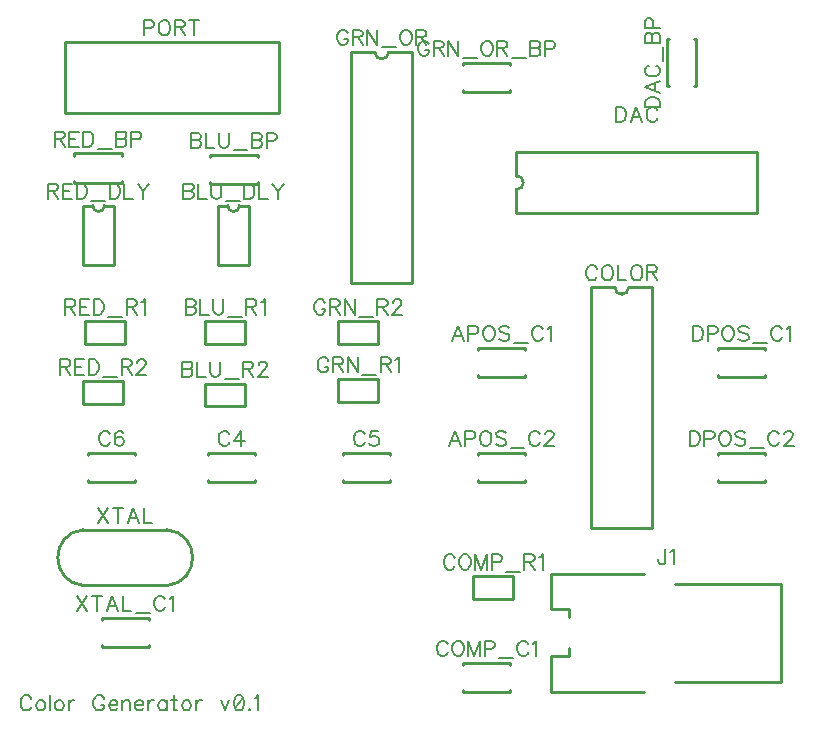
<source format=gbr>
G04 DipTrace 3.2.0.1*
G04 TopSilk.gbr*
%MOIN*%
G04 #@! TF.FileFunction,Legend,Top*
G04 #@! TF.Part,Single*
%ADD10C,0.009843*%
%ADD54C,0.00772*%
%FSLAX26Y26*%
G04*
G70*
G90*
G75*
G01*
G04 TopSilk*
%LPD*%
X1965007Y1544488D2*
D10*
Y1551575D1*
Y1635827D2*
Y1642913D1*
X2122394Y1635827D2*
Y1642913D1*
Y1544488D2*
Y1551575D1*
X1965007Y1642913D2*
X2122394D1*
X1965007Y1544488D2*
X2122394D1*
X1965007Y1194488D2*
Y1201575D1*
Y1285827D2*
Y1292913D1*
X2122394Y1285827D2*
Y1292913D1*
Y1194488D2*
Y1201575D1*
X1965007Y1292913D2*
X2122394D1*
X1965007Y1194488D2*
X2122394D1*
X1072488Y2188058D2*
Y2195144D1*
Y2279396D2*
Y2286483D1*
X1229874Y2279396D2*
Y2286483D1*
Y2188058D2*
Y2195144D1*
X1072488Y2286483D2*
X1229874D1*
X1072488Y2188058D2*
X1229874D1*
X1098812Y2117128D2*
Y1920274D1*
X1201188Y2117128D2*
Y1920274D1*
X1098812D2*
X1201188D1*
X1130306Y2117128D2*
X1098812D1*
X1169694D2*
X1201188D1*
X1130306D2*
G03X1169694Y2117128I19694J9D01*
G01*
X1188719Y1656299D2*
Y1731102D1*
X1054589Y1656299D2*
Y1731102D1*
Y1656299D2*
X1188719D1*
X1054589Y1731102D2*
X1188719D1*
X1054589Y1524016D2*
Y1449213D1*
X1188719Y1524016D2*
Y1449213D1*
Y1524016D2*
X1054589D1*
X1188719Y1449213D2*
X1054589D1*
X1222394Y1292913D2*
Y1285827D1*
Y1201575D2*
Y1194488D1*
X1065007Y1201575D2*
Y1194488D1*
Y1292913D2*
Y1285827D1*
X1222394Y1194488D2*
X1065007D1*
X1222394Y1292913D2*
X1065007D1*
X1672394D2*
Y1285827D1*
Y1201575D2*
Y1194488D1*
X1515007Y1201575D2*
Y1194488D1*
Y1292913D2*
Y1285827D1*
X1672394Y1194488D2*
X1515007D1*
X1672394Y1292913D2*
X1515007D1*
X822394D2*
Y1285827D1*
Y1201575D2*
Y1194488D1*
X665007Y1201575D2*
Y1194488D1*
Y1292913D2*
Y1285827D1*
X822394Y1194488D2*
X665007D1*
X822394Y1292913D2*
X665007D1*
X2546067Y1845276D2*
Y1042126D1*
X2341334D2*
X2546067D1*
X2341334Y1845276D2*
Y1042126D1*
Y1845276D2*
X2420075D1*
X2546067D2*
X2467327D1*
X2420075D2*
G03X2467327Y1845276I23626J13D01*
G01*
X2072394Y592913D2*
Y585827D1*
Y501575D2*
Y494488D1*
X1915007Y501575D2*
Y494488D1*
Y592913D2*
Y585827D1*
X2072394Y494488D2*
X1915007D1*
X2072394Y592913D2*
X1915007D1*
X1948683Y881102D2*
Y806299D1*
X2082813Y881102D2*
Y806299D1*
Y881102D2*
X1948683D1*
X2082813Y806299D2*
X1948683D1*
X2092126Y2296067D2*
X2895276D1*
Y2091334D2*
Y2296067D1*
X2092126Y2091334D2*
X2895276D1*
X2092126D2*
Y2170075D1*
Y2296067D2*
Y2217327D1*
Y2170075D2*
G03X2092126Y2217327I-13J23626D01*
G01*
X2692913Y2515007D2*
X2685827D1*
X2601575D2*
X2594488D1*
X2601575Y2672394D2*
X2594488D1*
X2692913D2*
X2685827D1*
X2594488Y2515007D2*
Y2672394D1*
X2692913Y2515007D2*
Y2672394D1*
X2765007Y1544488D2*
Y1551575D1*
Y1635827D2*
Y1642913D1*
X2922394Y1635827D2*
Y1642913D1*
Y1544488D2*
Y1551575D1*
X2765007Y1642913D2*
X2922394D1*
X2765007Y1544488D2*
X2922394D1*
X2765007Y1194488D2*
Y1201575D1*
Y1285827D2*
Y1292913D1*
X2922394Y1285827D2*
Y1292913D1*
Y1194488D2*
Y1201575D1*
X2765007Y1292913D2*
X2922394D1*
X2765007Y1194488D2*
X2922394D1*
X1746067Y2629528D2*
Y1857874D1*
X1541334D2*
X1746067D1*
X1541334Y2629528D2*
Y1857874D1*
Y2629528D2*
X1620075D1*
X1746067D2*
X1667327D1*
X1620075D2*
G03X1667327Y2629528I23626J13D01*
G01*
X1915007Y2494442D2*
Y2501529D1*
Y2585781D2*
Y2592867D1*
X2072394Y2585781D2*
Y2592867D1*
Y2494442D2*
Y2501529D1*
X1915007Y2592867D2*
X2072394D1*
X1915007Y2494442D2*
X2072394D1*
X1632813Y1463386D2*
Y1538189D1*
X1498683Y1463386D2*
Y1538189D1*
Y1463386D2*
X1632813D1*
X1498683Y1538189D2*
X1632813D1*
X1498683Y1731102D2*
Y1656299D1*
X1632813Y1731102D2*
Y1656299D1*
Y1731102D2*
X1498683D1*
X1632813Y1656299D2*
X1498683D1*
X2975117Y857071D2*
Y530331D1*
Y857071D2*
X2620816D1*
X2975117Y530331D2*
X2620816D1*
X2207400Y890523D2*
Y772438D1*
Y614964D2*
Y496879D1*
Y890523D2*
X2518402D1*
X2207400Y614964D2*
X2266360D1*
Y642520D1*
X2518402Y496879D2*
X2207400D1*
Y772438D2*
X2266360D1*
Y744882D1*
X587402Y2661811D2*
X1300000D1*
Y2425591D1*
X587402D1*
Y2661811D1*
X776397Y2290814D2*
Y2283727D1*
Y2199475D2*
Y2192388D1*
X619010Y2199475D2*
Y2192388D1*
Y2290814D2*
Y2283727D1*
X776397Y2192388D2*
X619010D1*
X776397Y2290814D2*
X619010D1*
X648812Y2117128D2*
Y1920274D1*
X751188Y2117128D2*
Y1920274D1*
X648812D2*
X751188D1*
X680306Y2117128D2*
X648812D1*
X719694D2*
X751188D1*
X680306D2*
G03X719694Y2117128I19694J9D01*
G01*
X788719Y1656299D2*
Y1731102D1*
X654589Y1656299D2*
Y1731102D1*
Y1656299D2*
X788719D1*
X654589Y1731102D2*
X788719D1*
X648683Y1531102D2*
Y1456299D1*
X782813Y1531102D2*
Y1456299D1*
Y1531102D2*
X648683D1*
X782813Y1456299D2*
X648683D1*
X649037Y850827D2*
X928365D1*
X649037Y1036575D2*
X928365D1*
X649037D2*
G03X649037Y850827I8216J-92874D01*
G01*
X928365D2*
G03X928365Y1036575I-8216J92874D01*
G01*
X710007Y644488D2*
Y651575D1*
Y735827D2*
Y742913D1*
X867394Y735827D2*
Y742913D1*
Y644488D2*
Y651575D1*
X710007Y742913D2*
X867394D1*
X710007Y644488D2*
X867394D1*
X1917270Y1665896D2*
D54*
X1898091Y1716136D1*
X1878968Y1665896D1*
X1886153Y1682643D2*
X1910085D1*
X1932709Y1689828D2*
X1954264D1*
X1961394Y1692205D1*
X1963826Y1694637D1*
X1966202Y1699390D1*
Y1706575D1*
X1963826Y1711328D1*
X1961394Y1713760D1*
X1954264Y1716136D1*
X1932709D1*
Y1665896D1*
X1996012Y1716136D2*
X1991203Y1713760D1*
X1986450Y1708951D1*
X1984018Y1704198D1*
X1981642Y1697013D1*
Y1685020D1*
X1984018Y1677890D1*
X1986450Y1673081D1*
X1991203Y1668328D1*
X1996012Y1665896D1*
X2005573D1*
X2010327Y1668328D1*
X2015135Y1673081D1*
X2017512Y1677890D1*
X2019888Y1685020D1*
Y1697013D1*
X2017512Y1704198D1*
X2015135Y1708951D1*
X2010327Y1713760D1*
X2005573Y1716136D1*
X1996012D1*
X2068821Y1708951D2*
X2064068Y1713760D1*
X2056883Y1716136D1*
X2047321D1*
X2040136Y1713760D1*
X2035327Y1708951D1*
Y1704198D1*
X2037759Y1699390D1*
X2040136Y1697013D1*
X2044889Y1694637D1*
X2059259Y1689828D1*
X2064068Y1687452D1*
X2066444Y1685020D1*
X2068821Y1680267D1*
Y1673081D1*
X2064068Y1668328D1*
X2056883Y1665896D1*
X2047321D1*
X2040136Y1668328D1*
X2035327Y1673081D1*
X2084260Y1657606D2*
X2129692D1*
X2181001Y1704198D2*
X2178624Y1708951D1*
X2173816Y1713760D1*
X2169063Y1716136D1*
X2159501D1*
X2154692Y1713760D1*
X2149939Y1708951D1*
X2147507Y1704198D1*
X2145131Y1697013D1*
Y1685020D1*
X2147507Y1677890D1*
X2149939Y1673081D1*
X2154692Y1668328D1*
X2159501Y1665896D1*
X2169063D1*
X2173816Y1668328D1*
X2178624Y1673081D1*
X2181001Y1677890D1*
X2196440Y1706520D2*
X2201248Y1708951D1*
X2208434Y1716081D1*
Y1665896D1*
X1906520Y1315896D2*
X1887341Y1366136D1*
X1868218Y1315896D1*
X1875403Y1332643D2*
X1899335D1*
X1921959Y1339828D2*
X1943514D1*
X1950644Y1342205D1*
X1953076Y1344637D1*
X1955453Y1349390D1*
Y1356575D1*
X1953076Y1361328D1*
X1950644Y1363760D1*
X1943514Y1366136D1*
X1921959D1*
Y1315896D1*
X1985262Y1366136D2*
X1980453Y1363760D1*
X1975700Y1358951D1*
X1973268Y1354198D1*
X1970892Y1347013D1*
Y1335020D1*
X1973268Y1327890D1*
X1975700Y1323081D1*
X1980453Y1318328D1*
X1985262Y1315896D1*
X1994823D1*
X1999577Y1318328D1*
X2004385Y1323081D1*
X2006762Y1327890D1*
X2009138Y1335020D1*
Y1347013D1*
X2006762Y1354198D1*
X2004385Y1358951D1*
X1999577Y1363760D1*
X1994823Y1366136D1*
X1985262D1*
X2058071Y1358951D2*
X2053318Y1363760D1*
X2046133Y1366136D1*
X2036571D1*
X2029386Y1363760D1*
X2024578Y1358951D1*
Y1354198D1*
X2027009Y1349390D1*
X2029386Y1347013D1*
X2034139Y1344637D1*
X2048509Y1339828D1*
X2053318Y1337452D1*
X2055694Y1335020D1*
X2058071Y1330267D1*
Y1323081D1*
X2053318Y1318328D1*
X2046133Y1315896D1*
X2036571D1*
X2029386Y1318328D1*
X2024578Y1323081D1*
X2073510Y1307606D2*
X2118942D1*
X2170251Y1354198D2*
X2167874Y1358951D1*
X2163066Y1363760D1*
X2158313Y1366136D1*
X2148751D1*
X2143943Y1363760D1*
X2139189Y1358951D1*
X2136758Y1354198D1*
X2134381Y1347013D1*
Y1335020D1*
X2136758Y1327890D1*
X2139189Y1323081D1*
X2143943Y1318328D1*
X2148751Y1315896D1*
X2158313D1*
X2163066Y1318328D1*
X2167874Y1323081D1*
X2170251Y1327890D1*
X2188122Y1354143D2*
Y1356520D1*
X2190499Y1361328D1*
X2192875Y1363705D1*
X2197684Y1366081D1*
X2207245D1*
X2211998Y1363705D1*
X2214375Y1361328D1*
X2216807Y1356520D1*
Y1351766D1*
X2214375Y1346958D1*
X2209622Y1339828D1*
X2185690Y1315896D1*
X2219183D1*
X1008538Y2359706D2*
Y2309466D1*
X1030093D1*
X1037278Y2311898D1*
X1039655Y2314274D1*
X1042031Y2319028D1*
Y2326213D1*
X1039655Y2331021D1*
X1037278Y2333398D1*
X1030093Y2335774D1*
X1037278Y2338206D1*
X1039655Y2340583D1*
X1042031Y2345336D1*
Y2350144D1*
X1039655Y2354898D1*
X1037278Y2357329D1*
X1030093Y2359706D1*
X1008538D1*
Y2335774D2*
X1030093D1*
X1057471Y2359706D2*
Y2309466D1*
X1086156D1*
X1101595Y2359706D2*
Y2323836D1*
X1103971Y2316651D1*
X1108780Y2311898D1*
X1115965Y2309466D1*
X1120718D1*
X1127903Y2311898D1*
X1132712Y2316651D1*
X1135088Y2323836D1*
Y2359706D1*
X1150527Y2301176D2*
X1195959D1*
X1211398Y2359706D2*
Y2309466D1*
X1232953D1*
X1240138Y2311898D1*
X1242515Y2314274D1*
X1244892Y2319028D1*
Y2326213D1*
X1242515Y2331021D1*
X1240138Y2333398D1*
X1232953Y2335774D1*
X1240138Y2338206D1*
X1242515Y2340583D1*
X1244892Y2345336D1*
Y2350144D1*
X1242515Y2354898D1*
X1240138Y2357329D1*
X1232953Y2359706D1*
X1211398D1*
Y2335774D2*
X1232953D1*
X1260331Y2333398D2*
X1281886D1*
X1289016Y2335774D1*
X1291448Y2338206D1*
X1293824Y2342959D1*
Y2350144D1*
X1291448Y2354898D1*
X1289016Y2357329D1*
X1281886Y2359706D1*
X1260331D1*
Y2309466D1*
X982918Y2190351D2*
Y2140111D1*
X1004473D1*
X1011658Y2142543D1*
X1014035Y2144919D1*
X1016412Y2149673D1*
Y2156858D1*
X1014035Y2161666D1*
X1011658Y2164043D1*
X1004473Y2166419D1*
X1011658Y2168851D1*
X1014035Y2171228D1*
X1016412Y2175981D1*
Y2180789D1*
X1014035Y2185543D1*
X1011658Y2187974D1*
X1004473Y2190351D1*
X982918D1*
Y2166419D2*
X1004473D1*
X1031851Y2190351D2*
Y2140111D1*
X1060536D1*
X1075975Y2190351D2*
Y2154481D1*
X1078352Y2147296D1*
X1083160Y2142543D1*
X1090345Y2140111D1*
X1095098D1*
X1102283Y2142543D1*
X1107092Y2147296D1*
X1109468Y2154481D1*
Y2190351D1*
X1124908Y2131821D2*
X1170339D1*
X1185778Y2190351D2*
Y2140111D1*
X1202525D1*
X1209710Y2142543D1*
X1214519Y2147296D1*
X1216895Y2152105D1*
X1219272Y2159234D1*
Y2171228D1*
X1216895Y2178413D1*
X1214519Y2183166D1*
X1209710Y2187974D1*
X1202525Y2190351D1*
X1185778D1*
X1234711D2*
Y2140111D1*
X1263396D1*
X1278835Y2190351D2*
X1297958Y2166419D1*
Y2140111D1*
X1317082Y2190351D2*
X1297958Y2166419D1*
X989760Y1804325D2*
Y1754085D1*
X1011316D1*
X1018501Y1756517D1*
X1020877Y1758894D1*
X1023254Y1763647D1*
Y1770832D1*
X1020877Y1775641D1*
X1018501Y1778017D1*
X1011316Y1780394D1*
X1018501Y1782826D1*
X1020877Y1785202D1*
X1023254Y1789955D1*
Y1794764D1*
X1020877Y1799517D1*
X1018501Y1801949D1*
X1011316Y1804325D1*
X989760D1*
Y1780394D2*
X1011316D1*
X1038693Y1804325D2*
Y1754085D1*
X1067378D1*
X1082817Y1804325D2*
Y1768456D1*
X1085194Y1761270D1*
X1090002Y1756517D1*
X1097187Y1754085D1*
X1101940D1*
X1109125Y1756517D1*
X1113934Y1761270D1*
X1116311Y1768456D1*
Y1804325D1*
X1131750Y1745795D2*
X1177181D1*
X1192621Y1780394D2*
X1214120D1*
X1221305Y1782826D1*
X1223737Y1785202D1*
X1226114Y1789955D1*
Y1794764D1*
X1223737Y1799517D1*
X1221305Y1801949D1*
X1214120Y1804325D1*
X1192621D1*
Y1754085D1*
X1209367Y1780394D2*
X1226114Y1754085D1*
X1241553Y1794709D2*
X1246362Y1797140D1*
X1253547Y1804270D1*
Y1754085D1*
X979011Y1597239D2*
Y1546999D1*
X1000566D1*
X1007751Y1549431D1*
X1010127Y1551807D1*
X1012504Y1556560D1*
Y1563745D1*
X1010127Y1568554D1*
X1007751Y1570931D1*
X1000566Y1573307D1*
X1007751Y1575739D1*
X1010127Y1578116D1*
X1012504Y1582869D1*
Y1587677D1*
X1010127Y1592430D1*
X1007751Y1594862D1*
X1000566Y1597239D1*
X979011D1*
Y1573307D2*
X1000566D1*
X1027943Y1597239D2*
Y1546999D1*
X1056628D1*
X1072067Y1597239D2*
Y1561369D1*
X1074444Y1554184D1*
X1079252Y1549431D1*
X1086437Y1546999D1*
X1091191D1*
X1098376Y1549431D1*
X1103184Y1554184D1*
X1105561Y1561369D1*
Y1597239D1*
X1121000Y1538708D2*
X1166431D1*
X1181871Y1573307D2*
X1203370D1*
X1210556Y1575739D1*
X1212987Y1578116D1*
X1215364Y1582869D1*
Y1587677D1*
X1212987Y1592430D1*
X1210556Y1594862D1*
X1203370Y1597239D1*
X1181871D1*
Y1546999D1*
X1198617Y1573307D2*
X1215364Y1546999D1*
X1233235Y1585245D2*
Y1587622D1*
X1235612Y1592430D1*
X1237988Y1594807D1*
X1242797Y1597184D1*
X1252358D1*
X1257112Y1594807D1*
X1259488Y1592430D1*
X1261920Y1587622D1*
Y1582869D1*
X1259488Y1578060D1*
X1254735Y1570931D1*
X1230803Y1546999D1*
X1264297D1*
X1135981Y1354198D2*
X1133605Y1358951D1*
X1128796Y1363760D1*
X1124043Y1366136D1*
X1114481D1*
X1109673Y1363760D1*
X1104920Y1358951D1*
X1102488Y1354198D1*
X1100111Y1347013D1*
Y1335020D1*
X1102488Y1327890D1*
X1104920Y1323081D1*
X1109673Y1318328D1*
X1114481Y1315896D1*
X1124043D1*
X1128796Y1318328D1*
X1133605Y1323081D1*
X1135981Y1327890D1*
X1175352Y1315896D2*
Y1366081D1*
X1151420Y1332643D1*
X1187290D1*
X1587169Y1354198D2*
X1584793Y1358951D1*
X1579984Y1363760D1*
X1575231Y1366136D1*
X1565670D1*
X1560861Y1363760D1*
X1556108Y1358951D1*
X1553676Y1354198D1*
X1551300Y1347013D1*
Y1335020D1*
X1553676Y1327890D1*
X1556108Y1323081D1*
X1560861Y1318328D1*
X1565670Y1315896D1*
X1575231D1*
X1579984Y1318328D1*
X1584793Y1323081D1*
X1587169Y1327890D1*
X1631294Y1366081D2*
X1607417D1*
X1605041Y1344581D1*
X1607417Y1346958D1*
X1614602Y1349390D1*
X1621732D1*
X1628917Y1346958D1*
X1633725Y1342205D1*
X1636102Y1335020D1*
Y1330267D1*
X1633725Y1323081D1*
X1628917Y1318273D1*
X1621732Y1315896D1*
X1614602D1*
X1607417Y1318273D1*
X1605041Y1320705D1*
X1602609Y1325458D1*
X738385Y1354198D2*
X736009Y1358951D1*
X731200Y1363760D1*
X726447Y1366136D1*
X716886D1*
X712077Y1363760D1*
X707324Y1358951D1*
X704892Y1354198D1*
X702515Y1347013D1*
Y1335020D1*
X704892Y1327890D1*
X707324Y1323081D1*
X712077Y1318328D1*
X716886Y1315896D1*
X726447D1*
X731200Y1318328D1*
X736009Y1323081D1*
X738385Y1327890D1*
X782510Y1358951D2*
X780133Y1363705D1*
X772948Y1366081D1*
X768195D1*
X761010Y1363705D1*
X756201Y1356520D1*
X753825Y1344581D1*
Y1332643D1*
X756201Y1323081D1*
X761010Y1318273D1*
X768195Y1315896D1*
X770571D1*
X777701Y1318273D1*
X782510Y1323081D1*
X784886Y1330267D1*
Y1332643D1*
X782510Y1339828D1*
X777701Y1344581D1*
X770571Y1346958D1*
X768195D1*
X761010Y1344581D1*
X756201Y1339828D1*
X753825Y1332643D1*
X2361422Y1906560D2*
X2359045Y1911314D1*
X2354237Y1916122D1*
X2349483Y1918499D1*
X2339922D1*
X2335113Y1916122D1*
X2330360Y1911314D1*
X2327928Y1906560D1*
X2325552Y1899375D1*
Y1887382D1*
X2327928Y1880252D1*
X2330360Y1875444D1*
X2335113Y1870691D1*
X2339922Y1868259D1*
X2349483D1*
X2354237Y1870691D1*
X2359045Y1875444D1*
X2361422Y1880252D1*
X2391231Y1918499D2*
X2386423Y1916122D1*
X2381669Y1911314D1*
X2379237Y1906560D1*
X2376861Y1899375D1*
Y1887382D1*
X2379237Y1880252D1*
X2381669Y1875444D1*
X2386423Y1870691D1*
X2391231Y1868259D1*
X2400793D1*
X2405546Y1870691D1*
X2410354Y1875444D1*
X2412731Y1880252D1*
X2415107Y1887382D1*
Y1899375D1*
X2412731Y1906560D1*
X2410354Y1911314D1*
X2405546Y1916122D1*
X2400793Y1918499D1*
X2391231D1*
X2430547D2*
Y1868259D1*
X2459232D1*
X2489041Y1918499D2*
X2484232Y1916122D1*
X2479479Y1911314D1*
X2477047Y1906560D1*
X2474671Y1899375D1*
Y1887382D1*
X2477047Y1880252D1*
X2479479Y1875444D1*
X2484232Y1870691D1*
X2489041Y1868259D1*
X2498602D1*
X2503356Y1870691D1*
X2508164Y1875444D1*
X2510541Y1880252D1*
X2512917Y1887382D1*
Y1899375D1*
X2510541Y1906560D1*
X2508164Y1911314D1*
X2503356Y1916122D1*
X2498602Y1918499D1*
X2489041D1*
X2528357Y1894567D2*
X2549856D1*
X2557041Y1896999D1*
X2559473Y1899375D1*
X2561850Y1904129D1*
Y1908937D1*
X2559473Y1913690D1*
X2557041Y1916122D1*
X2549856Y1918499D1*
X2528357D1*
Y1868259D1*
X2545103Y1894567D2*
X2561850Y1868259D1*
X1863677Y654198D2*
X1861301Y658951D1*
X1856492Y663760D1*
X1851739Y666136D1*
X1842177D1*
X1837369Y663760D1*
X1832616Y658951D1*
X1830184Y654198D1*
X1827807Y647013D1*
Y635020D1*
X1830184Y627890D1*
X1832616Y623081D1*
X1837369Y618328D1*
X1842177Y615896D1*
X1851739D1*
X1856492Y618328D1*
X1861301Y623081D1*
X1863677Y627890D1*
X1893487Y666136D2*
X1888678Y663760D1*
X1883925Y658951D1*
X1881493Y654198D1*
X1879117Y647013D1*
Y635020D1*
X1881493Y627890D1*
X1883925Y623081D1*
X1888678Y618328D1*
X1893487Y615896D1*
X1903048D1*
X1907801Y618328D1*
X1912610Y623081D1*
X1914987Y627890D1*
X1917363Y635020D1*
Y647013D1*
X1914987Y654198D1*
X1912610Y658951D1*
X1907801Y663760D1*
X1903048Y666136D1*
X1893487D1*
X1971049Y615896D2*
Y666136D1*
X1951926Y615896D1*
X1932802Y666136D1*
Y615896D1*
X1986488Y639828D2*
X2008043D1*
X2015173Y642205D1*
X2017605Y644637D1*
X2019981Y649390D1*
Y656575D1*
X2017605Y661328D1*
X2015173Y663760D1*
X2008043Y666136D1*
X1986488D1*
Y615896D1*
X2035421Y607606D2*
X2080852D1*
X2132161Y654198D2*
X2129785Y658951D1*
X2124976Y663760D1*
X2120223Y666136D1*
X2110662D1*
X2105853Y663760D1*
X2101100Y658951D1*
X2098668Y654198D1*
X2096292Y647013D1*
Y635020D1*
X2098668Y627890D1*
X2101100Y623081D1*
X2105853Y618328D1*
X2110662Y615896D1*
X2120223D1*
X2124976Y618328D1*
X2129785Y623081D1*
X2132161Y627890D1*
X2147601Y656520D2*
X2152409Y658951D1*
X2159594Y666081D1*
Y615896D1*
X1886913Y942387D2*
X1884536Y947140D1*
X1879728Y951949D1*
X1874975Y954325D1*
X1865413D1*
X1860605Y951949D1*
X1855851Y947140D1*
X1853420Y942387D1*
X1851043Y935202D1*
Y923209D1*
X1853420Y916079D1*
X1855851Y911270D1*
X1860605Y906517D1*
X1865413Y904085D1*
X1874975D1*
X1879728Y906517D1*
X1884536Y911270D1*
X1886913Y916079D1*
X1916722Y954325D2*
X1911914Y951949D1*
X1907161Y947140D1*
X1904729Y942387D1*
X1902352Y935202D1*
Y923209D1*
X1904729Y916079D1*
X1907161Y911270D1*
X1911914Y906517D1*
X1916722Y904085D1*
X1926284D1*
X1931037Y906517D1*
X1935845Y911270D1*
X1938222Y916079D1*
X1940599Y923209D1*
Y935202D1*
X1938222Y942387D1*
X1935845Y947140D1*
X1931037Y951949D1*
X1926284Y954325D1*
X1916722D1*
X1994284Y904085D2*
Y954325D1*
X1975161Y904085D1*
X1956038Y954325D1*
Y904085D1*
X2009724Y928017D2*
X2031279D1*
X2038409Y930394D1*
X2040840Y932826D1*
X2043217Y937579D1*
Y944764D1*
X2040840Y949517D1*
X2038409Y951949D1*
X2031279Y954325D1*
X2009724D1*
Y904085D1*
X2058656Y895795D2*
X2104088D1*
X2119527Y930394D2*
X2141027D1*
X2148212Y932826D1*
X2150644Y935202D1*
X2153020Y939955D1*
Y944764D1*
X2150644Y949517D1*
X2148212Y951949D1*
X2141027Y954325D1*
X2119527D1*
Y904085D1*
X2136274Y930394D2*
X2153020Y904085D1*
X2168460Y944709D2*
X2173268Y947140D1*
X2180453Y954270D1*
Y904085D1*
X2424429Y2446451D2*
Y2396211D1*
X2441176D1*
X2448361Y2398643D1*
X2453169Y2403396D1*
X2455546Y2408205D1*
X2457922Y2415335D1*
Y2427328D1*
X2455546Y2434513D1*
X2453169Y2439266D1*
X2448361Y2444075D1*
X2441176Y2446451D1*
X2424429D1*
X2511663Y2396211D2*
X2492485Y2446451D1*
X2473362Y2396211D1*
X2480547Y2412958D2*
X2504478D1*
X2562973Y2434513D2*
X2560596Y2439266D1*
X2555788Y2444075D1*
X2551034Y2446451D1*
X2541473D1*
X2536664Y2444075D1*
X2531911Y2439266D1*
X2529479Y2434513D1*
X2527103Y2427328D1*
Y2415335D1*
X2529479Y2408205D1*
X2531911Y2403396D1*
X2536664Y2398643D1*
X2541473Y2396211D1*
X2551034D1*
X2555788Y2398643D1*
X2560596Y2403396D1*
X2562973Y2408205D1*
X2521265Y2445061D2*
X2571505D1*
Y2461808D1*
X2569073Y2468993D1*
X2564320Y2473801D1*
X2559512Y2476178D1*
X2552382Y2478554D1*
X2540388D1*
X2533203Y2476178D1*
X2528450Y2473801D1*
X2523642Y2468993D1*
X2521265Y2461808D1*
Y2445061D1*
X2571505Y2532295D2*
X2521265Y2513117D1*
X2571505Y2493994D1*
X2554759Y2501179D2*
X2554758Y2525110D1*
X2533203Y2583605D2*
X2528450Y2581228D1*
X2523642Y2576420D1*
X2521265Y2571666D1*
Y2562105D1*
X2523642Y2557296D1*
X2528450Y2552543D1*
X2533203Y2550111D1*
X2540388Y2547735D1*
X2552382D1*
X2559512Y2550111D1*
X2564320Y2552543D1*
X2569073Y2557296D1*
X2571505Y2562105D1*
Y2571666D1*
X2569073Y2576420D1*
X2564320Y2581228D1*
X2559512Y2583605D1*
X2579796Y2599044D2*
Y2644475D1*
X2521265Y2659915D2*
X2571505D1*
Y2681470D1*
X2569073Y2688655D1*
X2566697Y2691031D1*
X2561944Y2693408D1*
X2554758D1*
X2549950Y2691031D1*
X2547573Y2688655D1*
X2545197Y2681470D1*
X2542765Y2688655D1*
X2540388Y2691031D1*
X2535635Y2693408D1*
X2530827D1*
X2526074Y2691031D1*
X2523642Y2688655D1*
X2521265Y2681470D1*
Y2659915D1*
X2545197D2*
Y2681470D1*
X2547573Y2708847D2*
Y2730402D1*
X2545197Y2737532D1*
X2542765Y2739964D1*
X2538012Y2742341D1*
X2530827D1*
X2526074Y2739964D1*
X2523642Y2737532D1*
X2521265Y2730402D1*
Y2708847D1*
X2571505D1*
X2681372Y1716136D2*
Y1665896D1*
X2698119D1*
X2705304Y1668328D1*
X2710112Y1673081D1*
X2712489Y1677890D1*
X2714866Y1685020D1*
Y1697013D1*
X2712489Y1704198D1*
X2710112Y1708951D1*
X2705304Y1713760D1*
X2698119Y1716136D1*
X2681372D1*
X2730305Y1689828D2*
X2751860D1*
X2758990Y1692205D1*
X2761422Y1694637D1*
X2763798Y1699390D1*
Y1706575D1*
X2761422Y1711328D1*
X2758990Y1713760D1*
X2751860Y1716136D1*
X2730305D1*
Y1665896D1*
X2793608Y1716136D2*
X2788799Y1713760D1*
X2784046Y1708951D1*
X2781614Y1704198D1*
X2779237Y1697013D1*
Y1685020D1*
X2781614Y1677890D1*
X2784046Y1673081D1*
X2788799Y1668328D1*
X2793608Y1665896D1*
X2803169D1*
X2807922Y1668328D1*
X2812731Y1673081D1*
X2815107Y1677890D1*
X2817484Y1685020D1*
Y1697013D1*
X2815107Y1704198D1*
X2812731Y1708951D1*
X2807922Y1713760D1*
X2803169Y1716136D1*
X2793608D1*
X2866417Y1708951D2*
X2861663Y1713760D1*
X2854478Y1716136D1*
X2844917D1*
X2837732Y1713760D1*
X2832923Y1708951D1*
Y1704198D1*
X2835355Y1699390D1*
X2837732Y1697013D1*
X2842485Y1694637D1*
X2856855Y1689828D1*
X2861663Y1687452D1*
X2864040Y1685020D1*
X2866417Y1680267D1*
Y1673081D1*
X2861663Y1668328D1*
X2854478Y1665896D1*
X2844917D1*
X2837732Y1668328D1*
X2832923Y1673081D1*
X2881856Y1657606D2*
X2927287D1*
X2978597Y1704198D2*
X2976220Y1708951D1*
X2971412Y1713760D1*
X2966658Y1716136D1*
X2957097D1*
X2952288Y1713760D1*
X2947535Y1708951D1*
X2945103Y1704198D1*
X2942727Y1697013D1*
Y1685020D1*
X2945103Y1677890D1*
X2947535Y1673081D1*
X2952288Y1668328D1*
X2957097Y1665896D1*
X2966658D1*
X2971412Y1668328D1*
X2976220Y1673081D1*
X2978597Y1677890D1*
X2994036Y1706520D2*
X2998844Y1708951D1*
X3006029Y1716081D1*
Y1665896D1*
X2670622Y1366136D2*
Y1315896D1*
X2687369D1*
X2694554Y1318328D1*
X2699363Y1323081D1*
X2701739Y1327890D1*
X2704116Y1335020D1*
Y1347013D1*
X2701739Y1354198D1*
X2699363Y1358951D1*
X2694554Y1363760D1*
X2687369Y1366136D1*
X2670622D1*
X2719555Y1339828D2*
X2741110D1*
X2748240Y1342205D1*
X2750672Y1344637D1*
X2753048Y1349390D1*
Y1356575D1*
X2750672Y1361328D1*
X2748240Y1363760D1*
X2741110Y1366136D1*
X2719555D1*
Y1315896D1*
X2782858Y1366136D2*
X2778049Y1363760D1*
X2773296Y1358951D1*
X2770864Y1354198D1*
X2768488Y1347013D1*
Y1335020D1*
X2770864Y1327890D1*
X2773296Y1323081D1*
X2778049Y1318328D1*
X2782858Y1315896D1*
X2792419D1*
X2797172Y1318328D1*
X2801981Y1323081D1*
X2804357Y1327890D1*
X2806734Y1335020D1*
Y1347013D1*
X2804357Y1354198D1*
X2801981Y1358951D1*
X2797172Y1363760D1*
X2792419Y1366136D1*
X2782858D1*
X2855667Y1358951D2*
X2850913Y1363760D1*
X2843728Y1366136D1*
X2834167D1*
X2826982Y1363760D1*
X2822173Y1358951D1*
Y1354198D1*
X2824605Y1349390D1*
X2826982Y1347013D1*
X2831735Y1344637D1*
X2846105Y1339828D1*
X2850913Y1337452D1*
X2853290Y1335020D1*
X2855667Y1330267D1*
Y1323081D1*
X2850913Y1318328D1*
X2843728Y1315896D1*
X2834167D1*
X2826982Y1318328D1*
X2822173Y1323081D1*
X2871106Y1307606D2*
X2916537D1*
X2967847Y1354198D2*
X2965470Y1358951D1*
X2960662Y1363760D1*
X2955908Y1366136D1*
X2946347D1*
X2941538Y1363760D1*
X2936785Y1358951D1*
X2934353Y1354198D1*
X2931977Y1347013D1*
Y1335020D1*
X2934353Y1327890D1*
X2936785Y1323081D1*
X2941538Y1318328D1*
X2946347Y1315896D1*
X2955908D1*
X2960662Y1318328D1*
X2965470Y1323081D1*
X2967847Y1327890D1*
X2985718Y1354143D2*
Y1356520D1*
X2988094Y1361328D1*
X2990471Y1363705D1*
X2995279Y1366081D1*
X3004841D1*
X3009594Y1363705D1*
X3011971Y1361328D1*
X3014403Y1356520D1*
Y1351766D1*
X3011971Y1346958D1*
X3007218Y1339828D1*
X2983286Y1315896D1*
X3016779D1*
X1530959Y2690812D2*
X1528582Y2695566D1*
X1523774Y2700374D1*
X1519020Y2702751D1*
X1509459D1*
X1504650Y2700374D1*
X1499897Y2695566D1*
X1497465Y2690812D1*
X1495089Y2683627D1*
Y2671634D1*
X1497465Y2664504D1*
X1499897Y2659696D1*
X1504650Y2654942D1*
X1509459Y2652511D1*
X1519020D1*
X1523774Y2654942D1*
X1528582Y2659696D1*
X1530959Y2664504D1*
Y2671634D1*
X1519020D1*
X1546398Y2678819D2*
X1567898D1*
X1575083Y2681251D1*
X1577515Y2683627D1*
X1579891Y2688381D1*
Y2693189D1*
X1577515Y2697942D1*
X1575083Y2700374D1*
X1567898Y2702751D1*
X1546398D1*
Y2652511D1*
X1563145Y2678819D2*
X1579891Y2652511D1*
X1628824Y2702751D2*
Y2652511D1*
X1595330Y2702751D1*
Y2652511D1*
X1644263Y2644220D2*
X1689695D1*
X1719504Y2702751D2*
X1714695Y2700374D1*
X1709942Y2695566D1*
X1707510Y2690812D1*
X1705134Y2683627D1*
Y2671634D1*
X1707510Y2664504D1*
X1709942Y2659696D1*
X1714695Y2654942D1*
X1719504Y2652511D1*
X1729066D1*
X1733819Y2654942D1*
X1738627Y2659696D1*
X1741004Y2664504D1*
X1743380Y2671634D1*
Y2683627D1*
X1741004Y2690812D1*
X1738627Y2695566D1*
X1733819Y2700374D1*
X1729066Y2702751D1*
X1719504D1*
X1758820Y2678819D2*
X1780319D1*
X1787504Y2681251D1*
X1789936Y2683627D1*
X1792313Y2688381D1*
Y2693189D1*
X1789936Y2697942D1*
X1787504Y2700374D1*
X1780319Y2702751D1*
X1758820D1*
Y2652511D1*
X1775566Y2678819D2*
X1792313Y2652511D1*
X1801591Y2654152D2*
X1799214Y2658905D1*
X1794406Y2663714D1*
X1789652Y2666091D1*
X1780091D1*
X1775282Y2663714D1*
X1770529Y2658905D1*
X1768097Y2654152D1*
X1765721Y2646967D1*
Y2634974D1*
X1768097Y2627844D1*
X1770529Y2623036D1*
X1775282Y2618282D1*
X1780091Y2615851D1*
X1789652D1*
X1794406Y2618282D1*
X1799214Y2623036D1*
X1801591Y2627844D1*
Y2634974D1*
X1789652D1*
X1817030Y2642159D2*
X1838530D1*
X1845715Y2644591D1*
X1848147Y2646967D1*
X1850523Y2651720D1*
Y2656529D1*
X1848147Y2661282D1*
X1845715Y2663714D1*
X1838530Y2666091D1*
X1817030D1*
Y2615851D1*
X1833777Y2642159D2*
X1850523Y2615851D1*
X1899456Y2666091D2*
Y2615851D1*
X1865962Y2666091D1*
Y2615851D1*
X1914895Y2607560D2*
X1960327D1*
X1990136Y2666091D2*
X1985327Y2663714D1*
X1980574Y2658905D1*
X1978142Y2654152D1*
X1975766Y2646967D1*
Y2634974D1*
X1978142Y2627844D1*
X1980574Y2623036D1*
X1985327Y2618282D1*
X1990136Y2615851D1*
X1999698D1*
X2004451Y2618282D1*
X2009259Y2623036D1*
X2011636Y2627844D1*
X2014012Y2634974D1*
Y2646967D1*
X2011636Y2654152D1*
X2009259Y2658905D1*
X2004451Y2663714D1*
X1999698Y2666091D1*
X1990136D1*
X2029452Y2642159D2*
X2050951D1*
X2058136Y2644591D1*
X2060568Y2646967D1*
X2062945Y2651720D1*
Y2656529D1*
X2060568Y2661282D1*
X2058136Y2663714D1*
X2050951Y2666091D1*
X2029452D1*
Y2615851D1*
X2046198Y2642159D2*
X2062945Y2615851D1*
X2078384Y2607560D2*
X2123816D1*
X2139255Y2666091D2*
Y2615851D1*
X2160810D1*
X2167995Y2618282D1*
X2170372Y2620659D1*
X2172748Y2625412D1*
Y2632597D1*
X2170372Y2637406D1*
X2167995Y2639782D1*
X2160810Y2642159D1*
X2167995Y2644591D1*
X2170372Y2646967D1*
X2172748Y2651720D1*
Y2656529D1*
X2170372Y2661282D1*
X2167995Y2663714D1*
X2160810Y2666091D1*
X2139255D1*
Y2642159D2*
X2160810D1*
X2188188Y2639782D2*
X2209743D1*
X2216872Y2642159D1*
X2219304Y2644591D1*
X2221681Y2649344D1*
Y2656529D1*
X2219304Y2661282D1*
X2216872Y2663714D1*
X2209743Y2666091D1*
X2188188D1*
Y2615851D1*
X1466132Y1599474D2*
X1463756Y1604227D1*
X1458947Y1609035D1*
X1454194Y1611412D1*
X1444633D1*
X1439824Y1609035D1*
X1435071Y1604227D1*
X1432639Y1599474D1*
X1430262Y1592289D1*
Y1580295D1*
X1432639Y1573166D1*
X1435071Y1568357D1*
X1439824Y1563604D1*
X1444633Y1561172D1*
X1454194D1*
X1458947Y1563604D1*
X1463756Y1568357D1*
X1466132Y1573166D1*
Y1580295D1*
X1454194D1*
X1481572Y1587480D2*
X1503071D1*
X1510256Y1589912D1*
X1512688Y1592289D1*
X1515065Y1597042D1*
Y1601850D1*
X1512688Y1606604D1*
X1510256Y1609035D1*
X1503071Y1611412D1*
X1481572D1*
Y1561172D1*
X1498318Y1587480D2*
X1515065Y1561172D1*
X1563998Y1611412D2*
Y1561172D1*
X1530504Y1611412D1*
Y1561172D1*
X1579437Y1552882D2*
X1624868D1*
X1640308Y1587480D2*
X1661807D1*
X1668992Y1589912D1*
X1671424Y1592289D1*
X1673801Y1597042D1*
Y1601850D1*
X1671424Y1606604D1*
X1668992Y1609035D1*
X1661807Y1611412D1*
X1640308D1*
Y1561172D1*
X1657054Y1587480D2*
X1673801Y1561172D1*
X1689240Y1601795D2*
X1694049Y1604227D1*
X1701234Y1611357D1*
Y1561172D1*
X1455382Y1792387D2*
X1453006Y1797140D1*
X1448197Y1801949D1*
X1443444Y1804325D1*
X1433883D1*
X1429074Y1801949D1*
X1424321Y1797140D1*
X1421889Y1792387D1*
X1419512Y1785202D1*
Y1773209D1*
X1421889Y1766079D1*
X1424321Y1761270D1*
X1429074Y1756517D1*
X1433883Y1754085D1*
X1443444D1*
X1448197Y1756517D1*
X1453006Y1761270D1*
X1455382Y1766079D1*
Y1773209D1*
X1443444D1*
X1470822Y1780394D2*
X1492322D1*
X1499507Y1782826D1*
X1501938Y1785202D1*
X1504315Y1789955D1*
Y1794764D1*
X1501938Y1799517D1*
X1499507Y1801949D1*
X1492322Y1804325D1*
X1470822D1*
Y1754085D1*
X1487568Y1780394D2*
X1504315Y1754085D1*
X1553248Y1804325D2*
Y1754085D1*
X1519754Y1804325D1*
Y1754085D1*
X1568687Y1745795D2*
X1614118D1*
X1629558Y1780394D2*
X1651057D1*
X1658243Y1782826D1*
X1660674Y1785202D1*
X1663051Y1789955D1*
Y1794764D1*
X1660674Y1799517D1*
X1658243Y1801949D1*
X1651057Y1804325D1*
X1629558D1*
Y1754085D1*
X1646304Y1780394D2*
X1663051Y1754085D1*
X1680922Y1792332D2*
Y1794709D1*
X1683299Y1799517D1*
X1685675Y1801894D1*
X1690484Y1804270D1*
X1700045D1*
X1704799Y1801894D1*
X1707175Y1799517D1*
X1709607Y1794709D1*
Y1789955D1*
X1707175Y1785147D1*
X1702422Y1778017D1*
X1678490Y1754085D1*
X1711984D1*
X2589508Y971648D2*
Y933402D1*
X2587131Y926217D1*
X2584700Y923840D1*
X2579946Y921408D1*
X2575138D1*
X2570385Y923840D1*
X2568008Y926217D1*
X2565576Y933402D1*
Y938155D1*
X2604947Y962031D2*
X2609756Y964463D1*
X2616941Y971593D1*
Y921408D1*
X851179Y2708726D2*
X872734D1*
X879864Y2711102D1*
X882295Y2713534D1*
X884672Y2718287D1*
Y2725472D1*
X882295Y2730226D1*
X879864Y2732658D1*
X872734Y2735034D1*
X851179D1*
Y2684794D1*
X914481Y2735034D2*
X909673Y2732658D1*
X904920Y2727849D1*
X902488Y2723096D1*
X900111Y2715911D1*
Y2703917D1*
X902488Y2696788D1*
X904920Y2691979D1*
X909673Y2687226D1*
X914481Y2684794D1*
X924043D1*
X928796Y2687226D1*
X933605Y2691979D1*
X935981Y2696788D1*
X938358Y2703917D1*
Y2715911D1*
X935981Y2723096D1*
X933605Y2727849D1*
X928796Y2732658D1*
X924043Y2735034D1*
X914481D1*
X953797Y2711102D2*
X975297D1*
X982482Y2713534D1*
X984914Y2715911D1*
X987290Y2720664D1*
Y2725472D1*
X984914Y2730226D1*
X982482Y2732658D1*
X975297Y2735034D1*
X953797D1*
Y2684794D1*
X970544Y2711102D2*
X987290Y2684794D1*
X1019476Y2735034D2*
Y2684794D1*
X1002730Y2735034D2*
X1036223D1*
X553872Y2340105D2*
X575372D1*
X582557Y2342537D1*
X584989Y2344913D1*
X587365Y2349667D1*
Y2354475D1*
X584989Y2359228D1*
X582557Y2361660D1*
X575372Y2364037D1*
X553872D1*
Y2313797D1*
X570619Y2340105D2*
X587365Y2313797D1*
X633866Y2364037D2*
X602805D1*
Y2313797D1*
X633866D1*
X602805Y2340105D2*
X621928D1*
X649305Y2364037D2*
Y2313797D1*
X666052D1*
X673237Y2316229D1*
X678046Y2320982D1*
X680422Y2325790D1*
X682799Y2332920D1*
Y2344913D1*
X680422Y2352099D1*
X678046Y2356852D1*
X673237Y2361660D1*
X666052Y2364037D1*
X649305D1*
X698238Y2305506D2*
X743670D1*
X759109Y2364037D2*
Y2313797D1*
X780664D1*
X787849Y2316229D1*
X790226Y2318605D1*
X792602Y2323358D1*
Y2330543D1*
X790226Y2335352D1*
X787849Y2337728D1*
X780664Y2340105D1*
X787849Y2342537D1*
X790226Y2344913D1*
X792602Y2349667D1*
Y2354475D1*
X790226Y2359228D1*
X787849Y2361660D1*
X780664Y2364037D1*
X759109D1*
Y2340105D2*
X780664D1*
X808041Y2337728D2*
X829597D1*
X836726Y2340105D1*
X839158Y2342537D1*
X841535Y2347290D1*
Y2354475D1*
X839158Y2359228D1*
X836726Y2361660D1*
X829597Y2364037D1*
X808041D1*
Y2313797D1*
X531730Y2166419D2*
X553230D1*
X560415Y2168851D1*
X562847Y2171228D1*
X565223Y2175981D1*
Y2180789D1*
X562847Y2185543D1*
X560415Y2187974D1*
X553230Y2190351D1*
X531730D1*
Y2140111D1*
X548477Y2166419D2*
X565223Y2140111D1*
X611724Y2190351D2*
X580663D1*
Y2140111D1*
X611724D1*
X580663Y2166419D2*
X599786D1*
X627163Y2190351D2*
Y2140111D1*
X643910D1*
X651095Y2142543D1*
X655904Y2147296D1*
X658280Y2152105D1*
X660657Y2159234D1*
Y2171228D1*
X658280Y2178413D1*
X655904Y2183166D1*
X651095Y2187974D1*
X643910Y2190351D1*
X627163D1*
X676096Y2131821D2*
X721527D1*
X736967Y2190351D2*
Y2140111D1*
X753713D1*
X760898Y2142543D1*
X765707Y2147296D1*
X768083Y2152105D1*
X770460Y2159234D1*
Y2171228D1*
X768083Y2178413D1*
X765707Y2183166D1*
X760898Y2187974D1*
X753713Y2190351D1*
X736967D1*
X785899D2*
Y2140111D1*
X814584D1*
X830023Y2190351D2*
X849147Y2166419D1*
Y2140111D1*
X868270Y2190351D2*
X849147Y2166419D1*
X588572Y1780394D2*
X610072D1*
X617257Y1782826D1*
X619689Y1785202D1*
X622065Y1789955D1*
Y1794764D1*
X619689Y1799517D1*
X617257Y1801949D1*
X610072Y1804325D1*
X588572D1*
Y1754085D1*
X605319Y1780394D2*
X622065Y1754085D1*
X668566Y1804325D2*
X637505D1*
Y1754085D1*
X668566D1*
X637505Y1780394D2*
X656628D1*
X684005Y1804325D2*
Y1754085D1*
X700752D1*
X707937Y1756517D1*
X712746Y1761270D1*
X715122Y1766079D1*
X717499Y1773209D1*
Y1785202D1*
X715122Y1792387D1*
X712746Y1797140D1*
X707937Y1801949D1*
X700752Y1804325D1*
X684005D1*
X732938Y1745795D2*
X778370D1*
X793809Y1780394D2*
X815309D1*
X822494Y1782826D1*
X824926Y1785202D1*
X827302Y1789955D1*
Y1794764D1*
X824926Y1799517D1*
X822494Y1801949D1*
X815309Y1804325D1*
X793809D1*
Y1754085D1*
X810556Y1780394D2*
X827302Y1754085D1*
X842741Y1794709D2*
X847550Y1797140D1*
X854735Y1804270D1*
Y1754085D1*
X571917Y1580394D2*
X593417D1*
X600602Y1582826D1*
X603033Y1585202D1*
X605410Y1589955D1*
Y1594764D1*
X603033Y1599517D1*
X600602Y1601949D1*
X593417Y1604325D1*
X571917D1*
Y1554085D1*
X588663Y1580394D2*
X605410Y1554085D1*
X651911Y1604325D2*
X620849D1*
Y1554085D1*
X651911D1*
X620849Y1580394D2*
X639973D1*
X667350Y1604325D2*
Y1554085D1*
X684097D1*
X691282Y1556517D1*
X696090Y1561270D1*
X698467Y1566079D1*
X700843Y1573209D1*
Y1585202D1*
X698467Y1592387D1*
X696090Y1597140D1*
X691282Y1601949D1*
X684097Y1604325D1*
X667350D1*
X716283Y1545795D2*
X761714D1*
X777153Y1580394D2*
X798653D1*
X805838Y1582826D1*
X808270Y1585202D1*
X810647Y1589955D1*
Y1594764D1*
X808270Y1599517D1*
X805838Y1601949D1*
X798653Y1604325D1*
X777153D1*
Y1554085D1*
X793900Y1580394D2*
X810647Y1554085D1*
X828518Y1592332D2*
Y1594709D1*
X830894Y1599517D1*
X833271Y1601894D1*
X838079Y1604270D1*
X847641D1*
X852394Y1601894D1*
X854771Y1599517D1*
X857203Y1594709D1*
Y1589955D1*
X854771Y1585147D1*
X850018Y1578017D1*
X826086Y1554085D1*
X859579D1*
X698555Y1109798D2*
X732049Y1059558D1*
Y1109798D2*
X698555Y1059558D1*
X764234Y1109798D2*
Y1059558D1*
X747488Y1109798D2*
X780981D1*
X834722Y1059558D2*
X815544Y1109798D1*
X796420Y1059558D1*
X803605Y1076305D2*
X827537D1*
X850161Y1109798D2*
Y1059558D1*
X878846D1*
X628749Y816136D2*
X662242Y765896D1*
Y816136D2*
X628749Y765896D1*
X694428Y816136D2*
Y765896D1*
X677681Y816136D2*
X711175D1*
X764916Y765896D2*
X745737Y816136D1*
X726614Y765896D1*
X733799Y782643D2*
X757731D1*
X780355Y816136D2*
Y765896D1*
X809040D1*
X824479Y757606D2*
X869911D1*
X921220Y804198D2*
X918843Y808951D1*
X914035Y813760D1*
X909282Y816136D1*
X899720D1*
X894912Y813760D1*
X890158Y808951D1*
X887727Y804198D1*
X885350Y797013D1*
Y785020D1*
X887727Y777890D1*
X890158Y773081D1*
X894912Y768328D1*
X899720Y765896D1*
X909282D1*
X914035Y768328D1*
X918843Y773081D1*
X921220Y777890D1*
X936659Y806520D2*
X941468Y808951D1*
X948653Y816081D1*
Y765896D1*
X475711Y472523D2*
X473335Y477276D1*
X468526Y482085D1*
X463773Y484461D1*
X454212D1*
X449403Y482085D1*
X444650Y477276D1*
X442218Y472523D1*
X439841Y465338D1*
Y453345D1*
X442218Y446215D1*
X444650Y441406D1*
X449403Y436653D1*
X454212Y434221D1*
X463773D1*
X468526Y436653D1*
X473335Y441406D1*
X475711Y446215D1*
X503089Y467715D2*
X498336Y465338D1*
X493527Y460530D1*
X491151Y453345D1*
Y448591D1*
X493527Y441406D1*
X498336Y436653D1*
X503089Y434221D1*
X510274D1*
X515082Y436653D1*
X519836Y441406D1*
X522267Y448591D1*
Y453345D1*
X519836Y460530D1*
X515082Y465338D1*
X510274Y467715D1*
X503089D1*
X537707Y484461D2*
Y434221D1*
X565084Y467715D2*
X560331Y465338D1*
X555522Y460530D1*
X553146Y453345D1*
Y448591D1*
X555522Y441406D1*
X560331Y436653D1*
X565084Y434221D1*
X572269D1*
X577078Y436653D1*
X581831Y441406D1*
X584263Y448591D1*
Y453345D1*
X581831Y460530D1*
X577078Y465338D1*
X572269Y467715D1*
X565084D1*
X599702D2*
Y434221D1*
Y453345D2*
X602134Y460530D1*
X606887Y465338D1*
X611695Y467715D1*
X618880D1*
X718791Y472523D2*
X716414Y477276D1*
X711605Y482085D1*
X706852Y484461D1*
X697291D1*
X692482Y482085D1*
X687729Y477276D1*
X685297Y472523D1*
X682921Y465338D1*
Y453345D1*
X685297Y446215D1*
X687729Y441406D1*
X692482Y436653D1*
X697291Y434221D1*
X706852D1*
X711605Y436653D1*
X716414Y441406D1*
X718791Y446215D1*
Y453345D1*
X706852D1*
X734230D2*
X762915D1*
Y458153D1*
X760538Y462961D1*
X758161Y465338D1*
X753353Y467715D1*
X746168D1*
X741415Y465338D1*
X736606Y460530D1*
X734230Y453345D1*
Y448591D1*
X736606Y441406D1*
X741415Y436653D1*
X746168Y434221D1*
X753353D1*
X758161Y436653D1*
X762915Y441406D1*
X778354Y467715D2*
Y434221D1*
Y458153D2*
X785539Y465338D1*
X790347Y467715D1*
X797477D1*
X802286Y465338D1*
X804662Y458153D1*
Y434221D1*
X820101Y453345D2*
X848786D1*
Y458153D1*
X846410Y462961D1*
X844033Y465338D1*
X839225Y467715D1*
X832040D1*
X827286Y465338D1*
X822478Y460530D1*
X820101Y453345D1*
Y448591D1*
X822478Y441406D1*
X827286Y436653D1*
X832040Y434221D1*
X839225D1*
X844033Y436653D1*
X848786Y441406D1*
X864226Y467715D2*
Y434221D1*
Y453345D2*
X866657Y460530D1*
X871411Y465338D1*
X876219Y467715D1*
X883404D1*
X927528D2*
Y434221D1*
Y460530D2*
X922775Y465338D1*
X917967Y467715D1*
X910837D1*
X906028Y465338D1*
X901275Y460530D1*
X898843Y453345D1*
Y448591D1*
X901275Y441406D1*
X906028Y436653D1*
X910837Y434221D1*
X917967D1*
X922775Y436653D1*
X927528Y441406D1*
X950153Y484461D2*
Y443783D1*
X952529Y436653D1*
X957338Y434221D1*
X962091D1*
X942967Y467715D2*
X959714D1*
X989468D2*
X984715Y465338D1*
X979907Y460530D1*
X977530Y453345D1*
Y448591D1*
X979907Y441406D1*
X984715Y436653D1*
X989468Y434221D1*
X996653D1*
X1001462Y436653D1*
X1006215Y441406D1*
X1008647Y448591D1*
Y453345D1*
X1006215Y460530D1*
X1001462Y465338D1*
X996653Y467715D1*
X989468D1*
X1024086D2*
Y434221D1*
Y453345D2*
X1026518Y460530D1*
X1031271Y465338D1*
X1036079Y467715D1*
X1043265D1*
X1107305D2*
X1121675Y434221D1*
X1135990Y467715D1*
X1165799Y484406D2*
X1158614Y482029D1*
X1153805Y474844D1*
X1151429Y462906D1*
Y455721D1*
X1153805Y443783D1*
X1158614Y436598D1*
X1165799Y434221D1*
X1170552D1*
X1177737Y436598D1*
X1182490Y443783D1*
X1184922Y455721D1*
Y462906D1*
X1182490Y474844D1*
X1177737Y482029D1*
X1170552Y484406D1*
X1165799D1*
X1182490Y474844D2*
X1153805Y443783D1*
X1202738Y439030D2*
X1200361Y436598D1*
X1202738Y434221D1*
X1205170Y436598D1*
X1202738Y439030D1*
X1220609Y474844D2*
X1225418Y477276D1*
X1232603Y484406D1*
Y434221D1*
M02*

</source>
